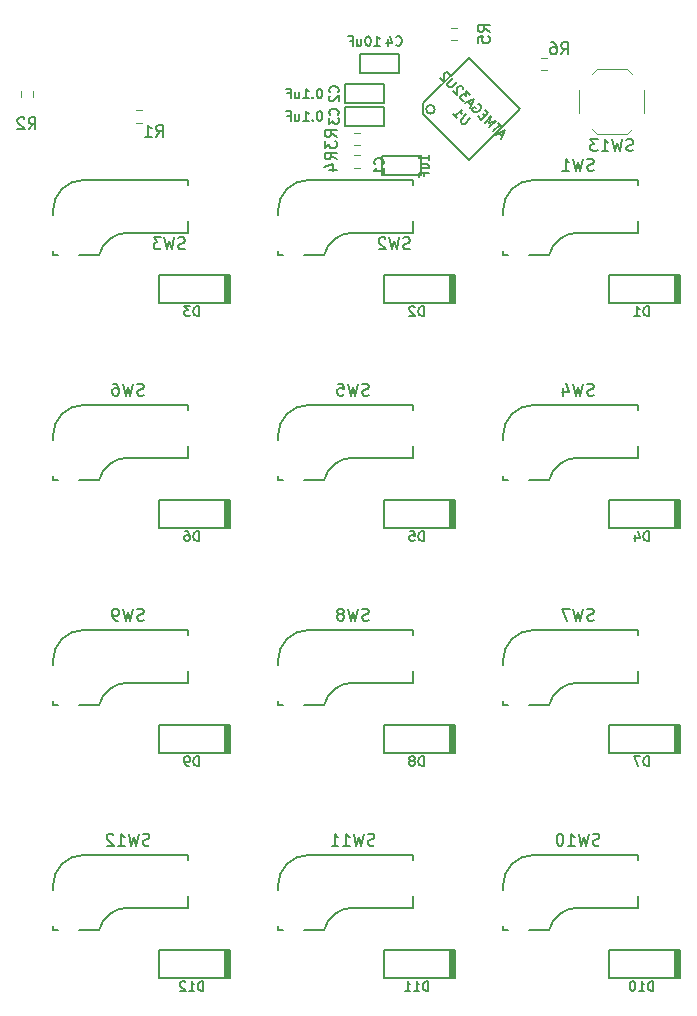
<source format=gbr>
%TF.GenerationSoftware,KiCad,Pcbnew,(5.1.10)-1*%
%TF.CreationDate,2021-10-04T19:32:16-04:00*%
%TF.ProjectId,macropad,6d616372-6f70-4616-942e-6b696361645f,rev?*%
%TF.SameCoordinates,Original*%
%TF.FileFunction,Legend,Bot*%
%TF.FilePolarity,Positive*%
%FSLAX46Y46*%
G04 Gerber Fmt 4.6, Leading zero omitted, Abs format (unit mm)*
G04 Created by KiCad (PCBNEW (5.1.10)-1) date 2021-10-04 19:32:16*
%MOMM*%
%LPD*%
G01*
G04 APERTURE LIST*
%ADD10C,0.120000*%
%ADD11C,0.200000*%
%ADD12C,0.150000*%
G04 APERTURE END LIST*
D10*
%TO.C,SW13*%
X180360000Y-66885000D02*
X182860000Y-66885000D01*
X178860000Y-65135000D02*
X178860000Y-63135000D01*
X180360000Y-61385000D02*
X182860000Y-61385000D01*
X184360000Y-65135000D02*
X184360000Y-63135000D01*
X179910000Y-66435000D02*
X180360000Y-66885000D01*
X183310000Y-66435000D02*
X182860000Y-66885000D01*
X183310000Y-61835000D02*
X182860000Y-61385000D01*
X179910000Y-61835000D02*
X180360000Y-61385000D01*
D11*
%TO.C,U1*%
X165655913Y-65229619D02*
X169527322Y-69101029D01*
X165655913Y-64310381D02*
X165655913Y-65229619D01*
X169509645Y-60456649D02*
X165655913Y-64310381D01*
X173840674Y-64787678D02*
X169509645Y-60456649D01*
X169545000Y-69083351D02*
X173840674Y-64787678D01*
X166628606Y-64805355D02*
G75*
G03*
X166628606Y-64805355I-371653J0D01*
G01*
D12*
%TO.C,SW12*%
X145732500Y-127952500D02*
X145732500Y-128333500D01*
X136842500Y-127952500D02*
X145732500Y-127952500D01*
X134302500Y-130492500D02*
X134302500Y-130873500D01*
X134683500Y-134302500D02*
X134302500Y-134302500D01*
X138188338Y-134302500D02*
X136461500Y-134302500D01*
X145732500Y-132397500D02*
X140652500Y-132397500D01*
X145732500Y-131381500D02*
X145732500Y-132397500D01*
X134302500Y-133921500D02*
X134302500Y-134302500D01*
X138188338Y-134321460D02*
G75*
G02*
X140652500Y-132397500I2464162J-616040D01*
G01*
X134302500Y-130492500D02*
G75*
G02*
X136842500Y-127952500I2540000J0D01*
G01*
%TO.C,SW11*%
X164782500Y-127952500D02*
X164782500Y-128333500D01*
X155892500Y-127952500D02*
X164782500Y-127952500D01*
X153352500Y-130492500D02*
X153352500Y-130873500D01*
X153733500Y-134302500D02*
X153352500Y-134302500D01*
X157238338Y-134302500D02*
X155511500Y-134302500D01*
X164782500Y-132397500D02*
X159702500Y-132397500D01*
X164782500Y-131381500D02*
X164782500Y-132397500D01*
X153352500Y-133921500D02*
X153352500Y-134302500D01*
X157238338Y-134321460D02*
G75*
G02*
X159702500Y-132397500I2464162J-616040D01*
G01*
X153352500Y-130492500D02*
G75*
G02*
X155892500Y-127952500I2540000J0D01*
G01*
%TO.C,SW10*%
X183832500Y-127952500D02*
X183832500Y-128333500D01*
X174942500Y-127952500D02*
X183832500Y-127952500D01*
X172402500Y-130492500D02*
X172402500Y-130873500D01*
X172783500Y-134302500D02*
X172402500Y-134302500D01*
X176288338Y-134302500D02*
X174561500Y-134302500D01*
X183832500Y-132397500D02*
X178752500Y-132397500D01*
X183832500Y-131381500D02*
X183832500Y-132397500D01*
X172402500Y-133921500D02*
X172402500Y-134302500D01*
X176288338Y-134321460D02*
G75*
G02*
X178752500Y-132397500I2464162J-616040D01*
G01*
X172402500Y-130492500D02*
G75*
G02*
X174942500Y-127952500I2540000J0D01*
G01*
%TO.C,SW9*%
X145732500Y-108902500D02*
X145732500Y-109283500D01*
X136842500Y-108902500D02*
X145732500Y-108902500D01*
X134302500Y-111442500D02*
X134302500Y-111823500D01*
X134683500Y-115252500D02*
X134302500Y-115252500D01*
X138188338Y-115252500D02*
X136461500Y-115252500D01*
X145732500Y-113347500D02*
X140652500Y-113347500D01*
X145732500Y-112331500D02*
X145732500Y-113347500D01*
X134302500Y-114871500D02*
X134302500Y-115252500D01*
X138188338Y-115271460D02*
G75*
G02*
X140652500Y-113347500I2464162J-616040D01*
G01*
X134302500Y-111442500D02*
G75*
G02*
X136842500Y-108902500I2540000J0D01*
G01*
%TO.C,SW8*%
X164782500Y-108902500D02*
X164782500Y-109283500D01*
X155892500Y-108902500D02*
X164782500Y-108902500D01*
X153352500Y-111442500D02*
X153352500Y-111823500D01*
X153733500Y-115252500D02*
X153352500Y-115252500D01*
X157238338Y-115252500D02*
X155511500Y-115252500D01*
X164782500Y-113347500D02*
X159702500Y-113347500D01*
X164782500Y-112331500D02*
X164782500Y-113347500D01*
X153352500Y-114871500D02*
X153352500Y-115252500D01*
X157238338Y-115271460D02*
G75*
G02*
X159702500Y-113347500I2464162J-616040D01*
G01*
X153352500Y-111442500D02*
G75*
G02*
X155892500Y-108902500I2540000J0D01*
G01*
%TO.C,SW7*%
X183832500Y-108902500D02*
X183832500Y-109283500D01*
X174942500Y-108902500D02*
X183832500Y-108902500D01*
X172402500Y-111442500D02*
X172402500Y-111823500D01*
X172783500Y-115252500D02*
X172402500Y-115252500D01*
X176288338Y-115252500D02*
X174561500Y-115252500D01*
X183832500Y-113347500D02*
X178752500Y-113347500D01*
X183832500Y-112331500D02*
X183832500Y-113347500D01*
X172402500Y-114871500D02*
X172402500Y-115252500D01*
X176288338Y-115271460D02*
G75*
G02*
X178752500Y-113347500I2464162J-616040D01*
G01*
X172402500Y-111442500D02*
G75*
G02*
X174942500Y-108902500I2540000J0D01*
G01*
%TO.C,SW6*%
X145732500Y-89852500D02*
X145732500Y-90233500D01*
X136842500Y-89852500D02*
X145732500Y-89852500D01*
X134302500Y-92392500D02*
X134302500Y-92773500D01*
X134683500Y-96202500D02*
X134302500Y-96202500D01*
X138188338Y-96202500D02*
X136461500Y-96202500D01*
X145732500Y-94297500D02*
X140652500Y-94297500D01*
X145732500Y-93281500D02*
X145732500Y-94297500D01*
X134302500Y-95821500D02*
X134302500Y-96202500D01*
X138188338Y-96221460D02*
G75*
G02*
X140652500Y-94297500I2464162J-616040D01*
G01*
X134302500Y-92392500D02*
G75*
G02*
X136842500Y-89852500I2540000J0D01*
G01*
%TO.C,SW5*%
X164782500Y-89852500D02*
X164782500Y-90233500D01*
X155892500Y-89852500D02*
X164782500Y-89852500D01*
X153352500Y-92392500D02*
X153352500Y-92773500D01*
X153733500Y-96202500D02*
X153352500Y-96202500D01*
X157238338Y-96202500D02*
X155511500Y-96202500D01*
X164782500Y-94297500D02*
X159702500Y-94297500D01*
X164782500Y-93281500D02*
X164782500Y-94297500D01*
X153352500Y-95821500D02*
X153352500Y-96202500D01*
X157238338Y-96221460D02*
G75*
G02*
X159702500Y-94297500I2464162J-616040D01*
G01*
X153352500Y-92392500D02*
G75*
G02*
X155892500Y-89852500I2540000J0D01*
G01*
%TO.C,SW4*%
X183832500Y-89852500D02*
X183832500Y-90233500D01*
X174942500Y-89852500D02*
X183832500Y-89852500D01*
X172402500Y-92392500D02*
X172402500Y-92773500D01*
X172783500Y-96202500D02*
X172402500Y-96202500D01*
X176288338Y-96202500D02*
X174561500Y-96202500D01*
X183832500Y-94297500D02*
X178752500Y-94297500D01*
X183832500Y-93281500D02*
X183832500Y-94297500D01*
X172402500Y-95821500D02*
X172402500Y-96202500D01*
X176288338Y-96221460D02*
G75*
G02*
X178752500Y-94297500I2464162J-616040D01*
G01*
X172402500Y-92392500D02*
G75*
G02*
X174942500Y-89852500I2540000J0D01*
G01*
%TO.C,SW3*%
X145732500Y-70802500D02*
X145732500Y-71183500D01*
X136842500Y-70802500D02*
X145732500Y-70802500D01*
X134302500Y-73342500D02*
X134302500Y-73723500D01*
X134683500Y-77152500D02*
X134302500Y-77152500D01*
X138188338Y-77152500D02*
X136461500Y-77152500D01*
X145732500Y-75247500D02*
X140652500Y-75247500D01*
X145732500Y-74231500D02*
X145732500Y-75247500D01*
X134302500Y-76771500D02*
X134302500Y-77152500D01*
X138188338Y-77171460D02*
G75*
G02*
X140652500Y-75247500I2464162J-616040D01*
G01*
X134302500Y-73342500D02*
G75*
G02*
X136842500Y-70802500I2540000J0D01*
G01*
%TO.C,SW2*%
X164782500Y-70802500D02*
X164782500Y-71183500D01*
X155892500Y-70802500D02*
X164782500Y-70802500D01*
X153352500Y-73342500D02*
X153352500Y-73723500D01*
X153733500Y-77152500D02*
X153352500Y-77152500D01*
X157238338Y-77152500D02*
X155511500Y-77152500D01*
X164782500Y-75247500D02*
X159702500Y-75247500D01*
X164782500Y-74231500D02*
X164782500Y-75247500D01*
X153352500Y-76771500D02*
X153352500Y-77152500D01*
X157238338Y-77171460D02*
G75*
G02*
X159702500Y-75247500I2464162J-616040D01*
G01*
X153352500Y-73342500D02*
G75*
G02*
X155892500Y-70802500I2540000J0D01*
G01*
%TO.C,SW1*%
X183832500Y-70802500D02*
X183832500Y-71183500D01*
X174942500Y-70802500D02*
X183832500Y-70802500D01*
X172402500Y-73342500D02*
X172402500Y-73723500D01*
X172783500Y-77152500D02*
X172402500Y-77152500D01*
X176288338Y-77152500D02*
X174561500Y-77152500D01*
X183832500Y-75247500D02*
X178752500Y-75247500D01*
X183832500Y-74231500D02*
X183832500Y-75247500D01*
X172402500Y-76771500D02*
X172402500Y-77152500D01*
X176288338Y-77171460D02*
G75*
G02*
X178752500Y-75247500I2464162J-616040D01*
G01*
X172402500Y-73342500D02*
G75*
G02*
X174942500Y-70802500I2540000J0D01*
G01*
D10*
%TO.C,R6*%
X175640276Y-60437500D02*
X176149724Y-60437500D01*
X175640276Y-61482500D02*
X176149724Y-61482500D01*
%TO.C,R5*%
X168529724Y-58942500D02*
X168020276Y-58942500D01*
X168529724Y-57897500D02*
X168020276Y-57897500D01*
%TO.C,R4*%
X159765276Y-68692500D02*
X160274724Y-68692500D01*
X159765276Y-69737500D02*
X160274724Y-69737500D01*
%TO.C,R3*%
X159765276Y-66787500D02*
X160274724Y-66787500D01*
X159765276Y-67832500D02*
X160274724Y-67832500D01*
%TO.C,R2*%
X132602500Y-63245276D02*
X132602500Y-63754724D01*
X131557500Y-63245276D02*
X131557500Y-63754724D01*
%TO.C,R1*%
X141350276Y-64882500D02*
X141859724Y-64882500D01*
X141350276Y-65927500D02*
X141859724Y-65927500D01*
D11*
%TO.C,D12*%
X149250000Y-138360000D02*
X149250000Y-135960000D01*
X143250000Y-138360000D02*
X149250000Y-138360000D01*
X143250000Y-135960000D02*
X143250000Y-138360000D01*
X149250000Y-135960000D02*
X143250000Y-135960000D01*
X148975000Y-135960000D02*
X148975000Y-138360000D01*
X148850000Y-135960000D02*
X148850000Y-138360000D01*
X149125000Y-138360000D02*
X149125000Y-135960000D01*
%TO.C,D11*%
X168300000Y-138360000D02*
X168300000Y-135960000D01*
X162300000Y-138360000D02*
X168300000Y-138360000D01*
X162300000Y-135960000D02*
X162300000Y-138360000D01*
X168300000Y-135960000D02*
X162300000Y-135960000D01*
X168025000Y-135960000D02*
X168025000Y-138360000D01*
X167900000Y-135960000D02*
X167900000Y-138360000D01*
X168175000Y-138360000D02*
X168175000Y-135960000D01*
%TO.C,D10*%
X187350000Y-138360000D02*
X187350000Y-135960000D01*
X181350000Y-138360000D02*
X187350000Y-138360000D01*
X181350000Y-135960000D02*
X181350000Y-138360000D01*
X187350000Y-135960000D02*
X181350000Y-135960000D01*
X187075000Y-135960000D02*
X187075000Y-138360000D01*
X186950000Y-135960000D02*
X186950000Y-138360000D01*
X187225000Y-138360000D02*
X187225000Y-135960000D01*
%TO.C,D9*%
X149250000Y-119310000D02*
X149250000Y-116910000D01*
X143250000Y-119310000D02*
X149250000Y-119310000D01*
X143250000Y-116910000D02*
X143250000Y-119310000D01*
X149250000Y-116910000D02*
X143250000Y-116910000D01*
X148975000Y-116910000D02*
X148975000Y-119310000D01*
X148850000Y-116910000D02*
X148850000Y-119310000D01*
X149125000Y-119310000D02*
X149125000Y-116910000D01*
%TO.C,D8*%
X168300000Y-119310000D02*
X168300000Y-116910000D01*
X162300000Y-119310000D02*
X168300000Y-119310000D01*
X162300000Y-116910000D02*
X162300000Y-119310000D01*
X168300000Y-116910000D02*
X162300000Y-116910000D01*
X168025000Y-116910000D02*
X168025000Y-119310000D01*
X167900000Y-116910000D02*
X167900000Y-119310000D01*
X168175000Y-119310000D02*
X168175000Y-116910000D01*
%TO.C,D7*%
X187350000Y-119310000D02*
X187350000Y-116910000D01*
X181350000Y-119310000D02*
X187350000Y-119310000D01*
X181350000Y-116910000D02*
X181350000Y-119310000D01*
X187350000Y-116910000D02*
X181350000Y-116910000D01*
X187075000Y-116910000D02*
X187075000Y-119310000D01*
X186950000Y-116910000D02*
X186950000Y-119310000D01*
X187225000Y-119310000D02*
X187225000Y-116910000D01*
%TO.C,D6*%
X149250000Y-100260000D02*
X149250000Y-97860000D01*
X143250000Y-100260000D02*
X149250000Y-100260000D01*
X143250000Y-97860000D02*
X143250000Y-100260000D01*
X149250000Y-97860000D02*
X143250000Y-97860000D01*
X148975000Y-97860000D02*
X148975000Y-100260000D01*
X148850000Y-97860000D02*
X148850000Y-100260000D01*
X149125000Y-100260000D02*
X149125000Y-97860000D01*
%TO.C,D5*%
X168300000Y-100260000D02*
X168300000Y-97860000D01*
X162300000Y-100260000D02*
X168300000Y-100260000D01*
X162300000Y-97860000D02*
X162300000Y-100260000D01*
X168300000Y-97860000D02*
X162300000Y-97860000D01*
X168025000Y-97860000D02*
X168025000Y-100260000D01*
X167900000Y-97860000D02*
X167900000Y-100260000D01*
X168175000Y-100260000D02*
X168175000Y-97860000D01*
%TO.C,D4*%
X187350000Y-100260000D02*
X187350000Y-97860000D01*
X181350000Y-100260000D02*
X187350000Y-100260000D01*
X181350000Y-97860000D02*
X181350000Y-100260000D01*
X187350000Y-97860000D02*
X181350000Y-97860000D01*
X187075000Y-97860000D02*
X187075000Y-100260000D01*
X186950000Y-97860000D02*
X186950000Y-100260000D01*
X187225000Y-100260000D02*
X187225000Y-97860000D01*
%TO.C,D3*%
X149250000Y-81210000D02*
X149250000Y-78810000D01*
X143250000Y-81210000D02*
X149250000Y-81210000D01*
X143250000Y-78810000D02*
X143250000Y-81210000D01*
X149250000Y-78810000D02*
X143250000Y-78810000D01*
X148975000Y-78810000D02*
X148975000Y-81210000D01*
X148850000Y-78810000D02*
X148850000Y-81210000D01*
X149125000Y-81210000D02*
X149125000Y-78810000D01*
%TO.C,D2*%
X168300000Y-81210000D02*
X168300000Y-78810000D01*
X162300000Y-81210000D02*
X168300000Y-81210000D01*
X162300000Y-78810000D02*
X162300000Y-81210000D01*
X168300000Y-78810000D02*
X162300000Y-78810000D01*
X168025000Y-78810000D02*
X168025000Y-81210000D01*
X167900000Y-78810000D02*
X167900000Y-81210000D01*
X168175000Y-81210000D02*
X168175000Y-78810000D01*
%TO.C,D1*%
X187350000Y-81210000D02*
X187350000Y-78810000D01*
X181350000Y-81210000D02*
X187350000Y-81210000D01*
X181350000Y-78810000D02*
X181350000Y-81210000D01*
X187350000Y-78810000D02*
X181350000Y-78810000D01*
X187075000Y-78810000D02*
X187075000Y-81210000D01*
X186950000Y-78810000D02*
X186950000Y-81210000D01*
X187225000Y-81210000D02*
X187225000Y-78810000D01*
%TO.C,C4*%
X160275000Y-60160000D02*
X160275000Y-61760000D01*
X163575000Y-60160000D02*
X160275000Y-60160000D01*
X163575000Y-61760000D02*
X163575000Y-60160000D01*
X160275000Y-61760000D02*
X163575000Y-61760000D01*
%TO.C,C3*%
X159005000Y-64605000D02*
X159005000Y-66205000D01*
X162305000Y-64605000D02*
X159005000Y-64605000D01*
X162305000Y-66205000D02*
X162305000Y-64605000D01*
X159005000Y-66205000D02*
X162305000Y-66205000D01*
%TO.C,C2*%
X159005000Y-62700000D02*
X159005000Y-64300000D01*
X162305000Y-62700000D02*
X159005000Y-62700000D01*
X162305000Y-64300000D02*
X162305000Y-62700000D01*
X159005000Y-64300000D02*
X162305000Y-64300000D01*
%TO.C,C1*%
X162180000Y-68796000D02*
X162180000Y-70396000D01*
X165480000Y-68796000D02*
X162180000Y-68796000D01*
X165480000Y-70396000D02*
X165480000Y-68796000D01*
X162180000Y-70396000D02*
X165480000Y-70396000D01*
%TO.C,SW13*%
D12*
X183419523Y-68289761D02*
X183276666Y-68337380D01*
X183038571Y-68337380D01*
X182943333Y-68289761D01*
X182895714Y-68242142D01*
X182848095Y-68146904D01*
X182848095Y-68051666D01*
X182895714Y-67956428D01*
X182943333Y-67908809D01*
X183038571Y-67861190D01*
X183229047Y-67813571D01*
X183324285Y-67765952D01*
X183371904Y-67718333D01*
X183419523Y-67623095D01*
X183419523Y-67527857D01*
X183371904Y-67432619D01*
X183324285Y-67385000D01*
X183229047Y-67337380D01*
X182990952Y-67337380D01*
X182848095Y-67385000D01*
X182514761Y-67337380D02*
X182276666Y-68337380D01*
X182086190Y-67623095D01*
X181895714Y-68337380D01*
X181657619Y-67337380D01*
X180752857Y-68337380D02*
X181324285Y-68337380D01*
X181038571Y-68337380D02*
X181038571Y-67337380D01*
X181133809Y-67480238D01*
X181229047Y-67575476D01*
X181324285Y-67623095D01*
X180419523Y-67337380D02*
X179800476Y-67337380D01*
X180133809Y-67718333D01*
X179990952Y-67718333D01*
X179895714Y-67765952D01*
X179848095Y-67813571D01*
X179800476Y-67908809D01*
X179800476Y-68146904D01*
X179848095Y-68242142D01*
X179895714Y-68289761D01*
X179990952Y-68337380D01*
X180276666Y-68337380D01*
X180371904Y-68289761D01*
X180419523Y-68242142D01*
%TO.C,U1*%
X169614027Y-65562969D02*
X169156091Y-66020905D01*
X169075279Y-66047842D01*
X169021404Y-66047842D01*
X168940592Y-66020905D01*
X168832842Y-65913155D01*
X168805905Y-65832343D01*
X168805905Y-65778468D01*
X168832842Y-65697656D01*
X169290778Y-65239720D01*
X168159407Y-65239720D02*
X168482656Y-65562969D01*
X168321032Y-65401344D02*
X168886717Y-64835659D01*
X168859780Y-64970346D01*
X168859780Y-65078096D01*
X168886717Y-65158908D01*
X172327970Y-67105136D02*
X172058596Y-66835762D01*
X172220220Y-67320635D02*
X172597344Y-66566387D01*
X171843096Y-66943511D01*
X172301032Y-66270076D02*
X171977783Y-65946827D01*
X171573722Y-66674137D02*
X172139408Y-66108452D01*
X171223536Y-66323951D02*
X171789222Y-65758265D01*
X171196599Y-65973765D01*
X171412098Y-65381142D01*
X170846413Y-65946827D01*
X170873350Y-65381142D02*
X170684788Y-65192580D01*
X170307665Y-65408079D02*
X170577039Y-65677453D01*
X171142724Y-65111768D01*
X170873350Y-64842394D01*
X170307665Y-64330583D02*
X170388477Y-64357521D01*
X170469289Y-64438333D01*
X170523164Y-64546082D01*
X170523164Y-64653832D01*
X170496226Y-64734644D01*
X170415414Y-64869331D01*
X170334602Y-64950143D01*
X170199915Y-65030956D01*
X170119103Y-65057893D01*
X170011353Y-65057893D01*
X169903604Y-65004018D01*
X169849729Y-64950143D01*
X169795854Y-64842394D01*
X169795854Y-64788519D01*
X169984416Y-64599957D01*
X170092165Y-64707707D01*
X169688104Y-64465270D02*
X169418730Y-64195896D01*
X169580355Y-64680769D02*
X169957478Y-63926522D01*
X169203231Y-64303646D01*
X169634230Y-63603273D02*
X169284043Y-63253087D01*
X169257106Y-63657148D01*
X169176294Y-63576336D01*
X169095482Y-63549399D01*
X169041607Y-63549399D01*
X168960795Y-63576336D01*
X168826108Y-63711023D01*
X168799170Y-63791835D01*
X168799170Y-63845710D01*
X168826108Y-63926522D01*
X168987732Y-64088147D01*
X169068544Y-64115084D01*
X169122419Y-64115084D01*
X169014669Y-63091463D02*
X169014669Y-63037588D01*
X168987732Y-62956776D01*
X168853045Y-62822089D01*
X168772233Y-62795151D01*
X168718358Y-62795151D01*
X168637546Y-62822089D01*
X168583671Y-62875964D01*
X168529796Y-62983713D01*
X168529796Y-63630211D01*
X168179610Y-63280025D01*
X168502859Y-62471903D02*
X168044923Y-62929838D01*
X167964111Y-62956776D01*
X167910236Y-62956776D01*
X167829424Y-62929838D01*
X167721674Y-62822089D01*
X167694737Y-62741277D01*
X167694737Y-62687402D01*
X167721674Y-62606590D01*
X168179610Y-62148654D01*
X167883299Y-61960092D02*
X167883299Y-61906217D01*
X167856361Y-61825405D01*
X167721674Y-61690718D01*
X167640862Y-61663780D01*
X167586987Y-61663780D01*
X167506175Y-61690718D01*
X167452300Y-61744593D01*
X167398425Y-61852342D01*
X167398425Y-62498840D01*
X167048239Y-62148654D01*
%TO.C,SW12*%
X142462023Y-127087261D02*
X142319166Y-127134880D01*
X142081071Y-127134880D01*
X141985833Y-127087261D01*
X141938214Y-127039642D01*
X141890595Y-126944404D01*
X141890595Y-126849166D01*
X141938214Y-126753928D01*
X141985833Y-126706309D01*
X142081071Y-126658690D01*
X142271547Y-126611071D01*
X142366785Y-126563452D01*
X142414404Y-126515833D01*
X142462023Y-126420595D01*
X142462023Y-126325357D01*
X142414404Y-126230119D01*
X142366785Y-126182500D01*
X142271547Y-126134880D01*
X142033452Y-126134880D01*
X141890595Y-126182500D01*
X141557261Y-126134880D02*
X141319166Y-127134880D01*
X141128690Y-126420595D01*
X140938214Y-127134880D01*
X140700119Y-126134880D01*
X139795357Y-127134880D02*
X140366785Y-127134880D01*
X140081071Y-127134880D02*
X140081071Y-126134880D01*
X140176309Y-126277738D01*
X140271547Y-126372976D01*
X140366785Y-126420595D01*
X139414404Y-126230119D02*
X139366785Y-126182500D01*
X139271547Y-126134880D01*
X139033452Y-126134880D01*
X138938214Y-126182500D01*
X138890595Y-126230119D01*
X138842976Y-126325357D01*
X138842976Y-126420595D01*
X138890595Y-126563452D01*
X139462023Y-127134880D01*
X138842976Y-127134880D01*
%TO.C,SW11*%
X161512023Y-127087261D02*
X161369166Y-127134880D01*
X161131071Y-127134880D01*
X161035833Y-127087261D01*
X160988214Y-127039642D01*
X160940595Y-126944404D01*
X160940595Y-126849166D01*
X160988214Y-126753928D01*
X161035833Y-126706309D01*
X161131071Y-126658690D01*
X161321547Y-126611071D01*
X161416785Y-126563452D01*
X161464404Y-126515833D01*
X161512023Y-126420595D01*
X161512023Y-126325357D01*
X161464404Y-126230119D01*
X161416785Y-126182500D01*
X161321547Y-126134880D01*
X161083452Y-126134880D01*
X160940595Y-126182500D01*
X160607261Y-126134880D02*
X160369166Y-127134880D01*
X160178690Y-126420595D01*
X159988214Y-127134880D01*
X159750119Y-126134880D01*
X158845357Y-127134880D02*
X159416785Y-127134880D01*
X159131071Y-127134880D02*
X159131071Y-126134880D01*
X159226309Y-126277738D01*
X159321547Y-126372976D01*
X159416785Y-126420595D01*
X157892976Y-127134880D02*
X158464404Y-127134880D01*
X158178690Y-127134880D02*
X158178690Y-126134880D01*
X158273928Y-126277738D01*
X158369166Y-126372976D01*
X158464404Y-126420595D01*
%TO.C,SW10*%
X180562023Y-127087261D02*
X180419166Y-127134880D01*
X180181071Y-127134880D01*
X180085833Y-127087261D01*
X180038214Y-127039642D01*
X179990595Y-126944404D01*
X179990595Y-126849166D01*
X180038214Y-126753928D01*
X180085833Y-126706309D01*
X180181071Y-126658690D01*
X180371547Y-126611071D01*
X180466785Y-126563452D01*
X180514404Y-126515833D01*
X180562023Y-126420595D01*
X180562023Y-126325357D01*
X180514404Y-126230119D01*
X180466785Y-126182500D01*
X180371547Y-126134880D01*
X180133452Y-126134880D01*
X179990595Y-126182500D01*
X179657261Y-126134880D02*
X179419166Y-127134880D01*
X179228690Y-126420595D01*
X179038214Y-127134880D01*
X178800119Y-126134880D01*
X177895357Y-127134880D02*
X178466785Y-127134880D01*
X178181071Y-127134880D02*
X178181071Y-126134880D01*
X178276309Y-126277738D01*
X178371547Y-126372976D01*
X178466785Y-126420595D01*
X177276309Y-126134880D02*
X177181071Y-126134880D01*
X177085833Y-126182500D01*
X177038214Y-126230119D01*
X176990595Y-126325357D01*
X176942976Y-126515833D01*
X176942976Y-126753928D01*
X176990595Y-126944404D01*
X177038214Y-127039642D01*
X177085833Y-127087261D01*
X177181071Y-127134880D01*
X177276309Y-127134880D01*
X177371547Y-127087261D01*
X177419166Y-127039642D01*
X177466785Y-126944404D01*
X177514404Y-126753928D01*
X177514404Y-126515833D01*
X177466785Y-126325357D01*
X177419166Y-126230119D01*
X177371547Y-126182500D01*
X177276309Y-126134880D01*
%TO.C,SW9*%
X141985833Y-108037261D02*
X141842976Y-108084880D01*
X141604880Y-108084880D01*
X141509642Y-108037261D01*
X141462023Y-107989642D01*
X141414404Y-107894404D01*
X141414404Y-107799166D01*
X141462023Y-107703928D01*
X141509642Y-107656309D01*
X141604880Y-107608690D01*
X141795357Y-107561071D01*
X141890595Y-107513452D01*
X141938214Y-107465833D01*
X141985833Y-107370595D01*
X141985833Y-107275357D01*
X141938214Y-107180119D01*
X141890595Y-107132500D01*
X141795357Y-107084880D01*
X141557261Y-107084880D01*
X141414404Y-107132500D01*
X141081071Y-107084880D02*
X140842976Y-108084880D01*
X140652500Y-107370595D01*
X140462023Y-108084880D01*
X140223928Y-107084880D01*
X139795357Y-108084880D02*
X139604880Y-108084880D01*
X139509642Y-108037261D01*
X139462023Y-107989642D01*
X139366785Y-107846785D01*
X139319166Y-107656309D01*
X139319166Y-107275357D01*
X139366785Y-107180119D01*
X139414404Y-107132500D01*
X139509642Y-107084880D01*
X139700119Y-107084880D01*
X139795357Y-107132500D01*
X139842976Y-107180119D01*
X139890595Y-107275357D01*
X139890595Y-107513452D01*
X139842976Y-107608690D01*
X139795357Y-107656309D01*
X139700119Y-107703928D01*
X139509642Y-107703928D01*
X139414404Y-107656309D01*
X139366785Y-107608690D01*
X139319166Y-107513452D01*
%TO.C,SW8*%
X161035833Y-108037261D02*
X160892976Y-108084880D01*
X160654880Y-108084880D01*
X160559642Y-108037261D01*
X160512023Y-107989642D01*
X160464404Y-107894404D01*
X160464404Y-107799166D01*
X160512023Y-107703928D01*
X160559642Y-107656309D01*
X160654880Y-107608690D01*
X160845357Y-107561071D01*
X160940595Y-107513452D01*
X160988214Y-107465833D01*
X161035833Y-107370595D01*
X161035833Y-107275357D01*
X160988214Y-107180119D01*
X160940595Y-107132500D01*
X160845357Y-107084880D01*
X160607261Y-107084880D01*
X160464404Y-107132500D01*
X160131071Y-107084880D02*
X159892976Y-108084880D01*
X159702500Y-107370595D01*
X159512023Y-108084880D01*
X159273928Y-107084880D01*
X158750119Y-107513452D02*
X158845357Y-107465833D01*
X158892976Y-107418214D01*
X158940595Y-107322976D01*
X158940595Y-107275357D01*
X158892976Y-107180119D01*
X158845357Y-107132500D01*
X158750119Y-107084880D01*
X158559642Y-107084880D01*
X158464404Y-107132500D01*
X158416785Y-107180119D01*
X158369166Y-107275357D01*
X158369166Y-107322976D01*
X158416785Y-107418214D01*
X158464404Y-107465833D01*
X158559642Y-107513452D01*
X158750119Y-107513452D01*
X158845357Y-107561071D01*
X158892976Y-107608690D01*
X158940595Y-107703928D01*
X158940595Y-107894404D01*
X158892976Y-107989642D01*
X158845357Y-108037261D01*
X158750119Y-108084880D01*
X158559642Y-108084880D01*
X158464404Y-108037261D01*
X158416785Y-107989642D01*
X158369166Y-107894404D01*
X158369166Y-107703928D01*
X158416785Y-107608690D01*
X158464404Y-107561071D01*
X158559642Y-107513452D01*
%TO.C,SW7*%
X180085833Y-108037261D02*
X179942976Y-108084880D01*
X179704880Y-108084880D01*
X179609642Y-108037261D01*
X179562023Y-107989642D01*
X179514404Y-107894404D01*
X179514404Y-107799166D01*
X179562023Y-107703928D01*
X179609642Y-107656309D01*
X179704880Y-107608690D01*
X179895357Y-107561071D01*
X179990595Y-107513452D01*
X180038214Y-107465833D01*
X180085833Y-107370595D01*
X180085833Y-107275357D01*
X180038214Y-107180119D01*
X179990595Y-107132500D01*
X179895357Y-107084880D01*
X179657261Y-107084880D01*
X179514404Y-107132500D01*
X179181071Y-107084880D02*
X178942976Y-108084880D01*
X178752500Y-107370595D01*
X178562023Y-108084880D01*
X178323928Y-107084880D01*
X178038214Y-107084880D02*
X177371547Y-107084880D01*
X177800119Y-108084880D01*
%TO.C,SW6*%
X141985833Y-88987261D02*
X141842976Y-89034880D01*
X141604880Y-89034880D01*
X141509642Y-88987261D01*
X141462023Y-88939642D01*
X141414404Y-88844404D01*
X141414404Y-88749166D01*
X141462023Y-88653928D01*
X141509642Y-88606309D01*
X141604880Y-88558690D01*
X141795357Y-88511071D01*
X141890595Y-88463452D01*
X141938214Y-88415833D01*
X141985833Y-88320595D01*
X141985833Y-88225357D01*
X141938214Y-88130119D01*
X141890595Y-88082500D01*
X141795357Y-88034880D01*
X141557261Y-88034880D01*
X141414404Y-88082500D01*
X141081071Y-88034880D02*
X140842976Y-89034880D01*
X140652500Y-88320595D01*
X140462023Y-89034880D01*
X140223928Y-88034880D01*
X139414404Y-88034880D02*
X139604880Y-88034880D01*
X139700119Y-88082500D01*
X139747738Y-88130119D01*
X139842976Y-88272976D01*
X139890595Y-88463452D01*
X139890595Y-88844404D01*
X139842976Y-88939642D01*
X139795357Y-88987261D01*
X139700119Y-89034880D01*
X139509642Y-89034880D01*
X139414404Y-88987261D01*
X139366785Y-88939642D01*
X139319166Y-88844404D01*
X139319166Y-88606309D01*
X139366785Y-88511071D01*
X139414404Y-88463452D01*
X139509642Y-88415833D01*
X139700119Y-88415833D01*
X139795357Y-88463452D01*
X139842976Y-88511071D01*
X139890595Y-88606309D01*
%TO.C,SW5*%
X161035833Y-88987261D02*
X160892976Y-89034880D01*
X160654880Y-89034880D01*
X160559642Y-88987261D01*
X160512023Y-88939642D01*
X160464404Y-88844404D01*
X160464404Y-88749166D01*
X160512023Y-88653928D01*
X160559642Y-88606309D01*
X160654880Y-88558690D01*
X160845357Y-88511071D01*
X160940595Y-88463452D01*
X160988214Y-88415833D01*
X161035833Y-88320595D01*
X161035833Y-88225357D01*
X160988214Y-88130119D01*
X160940595Y-88082500D01*
X160845357Y-88034880D01*
X160607261Y-88034880D01*
X160464404Y-88082500D01*
X160131071Y-88034880D02*
X159892976Y-89034880D01*
X159702500Y-88320595D01*
X159512023Y-89034880D01*
X159273928Y-88034880D01*
X158416785Y-88034880D02*
X158892976Y-88034880D01*
X158940595Y-88511071D01*
X158892976Y-88463452D01*
X158797738Y-88415833D01*
X158559642Y-88415833D01*
X158464404Y-88463452D01*
X158416785Y-88511071D01*
X158369166Y-88606309D01*
X158369166Y-88844404D01*
X158416785Y-88939642D01*
X158464404Y-88987261D01*
X158559642Y-89034880D01*
X158797738Y-89034880D01*
X158892976Y-88987261D01*
X158940595Y-88939642D01*
%TO.C,SW4*%
X180085833Y-88987261D02*
X179942976Y-89034880D01*
X179704880Y-89034880D01*
X179609642Y-88987261D01*
X179562023Y-88939642D01*
X179514404Y-88844404D01*
X179514404Y-88749166D01*
X179562023Y-88653928D01*
X179609642Y-88606309D01*
X179704880Y-88558690D01*
X179895357Y-88511071D01*
X179990595Y-88463452D01*
X180038214Y-88415833D01*
X180085833Y-88320595D01*
X180085833Y-88225357D01*
X180038214Y-88130119D01*
X179990595Y-88082500D01*
X179895357Y-88034880D01*
X179657261Y-88034880D01*
X179514404Y-88082500D01*
X179181071Y-88034880D02*
X178942976Y-89034880D01*
X178752500Y-88320595D01*
X178562023Y-89034880D01*
X178323928Y-88034880D01*
X177514404Y-88368214D02*
X177514404Y-89034880D01*
X177752500Y-87987261D02*
X177990595Y-88701547D01*
X177371547Y-88701547D01*
%TO.C,SW3*%
X145478333Y-76604761D02*
X145335476Y-76652380D01*
X145097380Y-76652380D01*
X145002142Y-76604761D01*
X144954523Y-76557142D01*
X144906904Y-76461904D01*
X144906904Y-76366666D01*
X144954523Y-76271428D01*
X145002142Y-76223809D01*
X145097380Y-76176190D01*
X145287857Y-76128571D01*
X145383095Y-76080952D01*
X145430714Y-76033333D01*
X145478333Y-75938095D01*
X145478333Y-75842857D01*
X145430714Y-75747619D01*
X145383095Y-75700000D01*
X145287857Y-75652380D01*
X145049761Y-75652380D01*
X144906904Y-75700000D01*
X144573571Y-75652380D02*
X144335476Y-76652380D01*
X144145000Y-75938095D01*
X143954523Y-76652380D01*
X143716428Y-75652380D01*
X143430714Y-75652380D02*
X142811666Y-75652380D01*
X143145000Y-76033333D01*
X143002142Y-76033333D01*
X142906904Y-76080952D01*
X142859285Y-76128571D01*
X142811666Y-76223809D01*
X142811666Y-76461904D01*
X142859285Y-76557142D01*
X142906904Y-76604761D01*
X143002142Y-76652380D01*
X143287857Y-76652380D01*
X143383095Y-76604761D01*
X143430714Y-76557142D01*
%TO.C,SW2*%
X164528333Y-76604761D02*
X164385476Y-76652380D01*
X164147380Y-76652380D01*
X164052142Y-76604761D01*
X164004523Y-76557142D01*
X163956904Y-76461904D01*
X163956904Y-76366666D01*
X164004523Y-76271428D01*
X164052142Y-76223809D01*
X164147380Y-76176190D01*
X164337857Y-76128571D01*
X164433095Y-76080952D01*
X164480714Y-76033333D01*
X164528333Y-75938095D01*
X164528333Y-75842857D01*
X164480714Y-75747619D01*
X164433095Y-75700000D01*
X164337857Y-75652380D01*
X164099761Y-75652380D01*
X163956904Y-75700000D01*
X163623571Y-75652380D02*
X163385476Y-76652380D01*
X163195000Y-75938095D01*
X163004523Y-76652380D01*
X162766428Y-75652380D01*
X162433095Y-75747619D02*
X162385476Y-75700000D01*
X162290238Y-75652380D01*
X162052142Y-75652380D01*
X161956904Y-75700000D01*
X161909285Y-75747619D01*
X161861666Y-75842857D01*
X161861666Y-75938095D01*
X161909285Y-76080952D01*
X162480714Y-76652380D01*
X161861666Y-76652380D01*
%TO.C,SW1*%
X180085833Y-69937261D02*
X179942976Y-69984880D01*
X179704880Y-69984880D01*
X179609642Y-69937261D01*
X179562023Y-69889642D01*
X179514404Y-69794404D01*
X179514404Y-69699166D01*
X179562023Y-69603928D01*
X179609642Y-69556309D01*
X179704880Y-69508690D01*
X179895357Y-69461071D01*
X179990595Y-69413452D01*
X180038214Y-69365833D01*
X180085833Y-69270595D01*
X180085833Y-69175357D01*
X180038214Y-69080119D01*
X179990595Y-69032500D01*
X179895357Y-68984880D01*
X179657261Y-68984880D01*
X179514404Y-69032500D01*
X179181071Y-68984880D02*
X178942976Y-69984880D01*
X178752500Y-69270595D01*
X178562023Y-69984880D01*
X178323928Y-68984880D01*
X177419166Y-69984880D02*
X177990595Y-69984880D01*
X177704880Y-69984880D02*
X177704880Y-68984880D01*
X177800119Y-69127738D01*
X177895357Y-69222976D01*
X177990595Y-69270595D01*
%TO.C,R6*%
X177331666Y-60142380D02*
X177665000Y-59666190D01*
X177903095Y-60142380D02*
X177903095Y-59142380D01*
X177522142Y-59142380D01*
X177426904Y-59190000D01*
X177379285Y-59237619D01*
X177331666Y-59332857D01*
X177331666Y-59475714D01*
X177379285Y-59570952D01*
X177426904Y-59618571D01*
X177522142Y-59666190D01*
X177903095Y-59666190D01*
X176474523Y-59142380D02*
X176665000Y-59142380D01*
X176760238Y-59190000D01*
X176807857Y-59237619D01*
X176903095Y-59380476D01*
X176950714Y-59570952D01*
X176950714Y-59951904D01*
X176903095Y-60047142D01*
X176855476Y-60094761D01*
X176760238Y-60142380D01*
X176569761Y-60142380D01*
X176474523Y-60094761D01*
X176426904Y-60047142D01*
X176379285Y-59951904D01*
X176379285Y-59713809D01*
X176426904Y-59618571D01*
X176474523Y-59570952D01*
X176569761Y-59523333D01*
X176760238Y-59523333D01*
X176855476Y-59570952D01*
X176903095Y-59618571D01*
X176950714Y-59713809D01*
%TO.C,R5*%
X171267380Y-58253333D02*
X170791190Y-57920000D01*
X171267380Y-57681904D02*
X170267380Y-57681904D01*
X170267380Y-58062857D01*
X170315000Y-58158095D01*
X170362619Y-58205714D01*
X170457857Y-58253333D01*
X170600714Y-58253333D01*
X170695952Y-58205714D01*
X170743571Y-58158095D01*
X170791190Y-58062857D01*
X170791190Y-57681904D01*
X170267380Y-59158095D02*
X170267380Y-58681904D01*
X170743571Y-58634285D01*
X170695952Y-58681904D01*
X170648333Y-58777142D01*
X170648333Y-59015238D01*
X170695952Y-59110476D01*
X170743571Y-59158095D01*
X170838809Y-59205714D01*
X171076904Y-59205714D01*
X171172142Y-59158095D01*
X171219761Y-59110476D01*
X171267380Y-59015238D01*
X171267380Y-58777142D01*
X171219761Y-58681904D01*
X171172142Y-58634285D01*
%TO.C,R4*%
X158313380Y-69048333D02*
X157837190Y-68715000D01*
X158313380Y-68476904D02*
X157313380Y-68476904D01*
X157313380Y-68857857D01*
X157361000Y-68953095D01*
X157408619Y-69000714D01*
X157503857Y-69048333D01*
X157646714Y-69048333D01*
X157741952Y-69000714D01*
X157789571Y-68953095D01*
X157837190Y-68857857D01*
X157837190Y-68476904D01*
X157646714Y-69905476D02*
X158313380Y-69905476D01*
X157265761Y-69667380D02*
X157980047Y-69429285D01*
X157980047Y-70048333D01*
%TO.C,R3*%
X158313380Y-67143333D02*
X157837190Y-66810000D01*
X158313380Y-66571904D02*
X157313380Y-66571904D01*
X157313380Y-66952857D01*
X157361000Y-67048095D01*
X157408619Y-67095714D01*
X157503857Y-67143333D01*
X157646714Y-67143333D01*
X157741952Y-67095714D01*
X157789571Y-67048095D01*
X157837190Y-66952857D01*
X157837190Y-66571904D01*
X157313380Y-67476666D02*
X157313380Y-68095714D01*
X157694333Y-67762380D01*
X157694333Y-67905238D01*
X157741952Y-68000476D01*
X157789571Y-68048095D01*
X157884809Y-68095714D01*
X158122904Y-68095714D01*
X158218142Y-68048095D01*
X158265761Y-68000476D01*
X158313380Y-67905238D01*
X158313380Y-67619523D01*
X158265761Y-67524285D01*
X158218142Y-67476666D01*
%TO.C,R2*%
X132246666Y-66492380D02*
X132580000Y-66016190D01*
X132818095Y-66492380D02*
X132818095Y-65492380D01*
X132437142Y-65492380D01*
X132341904Y-65540000D01*
X132294285Y-65587619D01*
X132246666Y-65682857D01*
X132246666Y-65825714D01*
X132294285Y-65920952D01*
X132341904Y-65968571D01*
X132437142Y-66016190D01*
X132818095Y-66016190D01*
X131865714Y-65587619D02*
X131818095Y-65540000D01*
X131722857Y-65492380D01*
X131484761Y-65492380D01*
X131389523Y-65540000D01*
X131341904Y-65587619D01*
X131294285Y-65682857D01*
X131294285Y-65778095D01*
X131341904Y-65920952D01*
X131913333Y-66492380D01*
X131294285Y-66492380D01*
%TO.C,R1*%
X143041666Y-67127380D02*
X143375000Y-66651190D01*
X143613095Y-67127380D02*
X143613095Y-66127380D01*
X143232142Y-66127380D01*
X143136904Y-66175000D01*
X143089285Y-66222619D01*
X143041666Y-66317857D01*
X143041666Y-66460714D01*
X143089285Y-66555952D01*
X143136904Y-66603571D01*
X143232142Y-66651190D01*
X143613095Y-66651190D01*
X142089285Y-67127380D02*
X142660714Y-67127380D01*
X142375000Y-67127380D02*
X142375000Y-66127380D01*
X142470238Y-66270238D01*
X142565476Y-66365476D01*
X142660714Y-66413095D01*
%TO.C,D12*%
X147021428Y-139446904D02*
X147021428Y-138646904D01*
X146830952Y-138646904D01*
X146716666Y-138685000D01*
X146640476Y-138761190D01*
X146602380Y-138837380D01*
X146564285Y-138989761D01*
X146564285Y-139104047D01*
X146602380Y-139256428D01*
X146640476Y-139332619D01*
X146716666Y-139408809D01*
X146830952Y-139446904D01*
X147021428Y-139446904D01*
X145802380Y-139446904D02*
X146259523Y-139446904D01*
X146030952Y-139446904D02*
X146030952Y-138646904D01*
X146107142Y-138761190D01*
X146183333Y-138837380D01*
X146259523Y-138875476D01*
X145497619Y-138723095D02*
X145459523Y-138685000D01*
X145383333Y-138646904D01*
X145192857Y-138646904D01*
X145116666Y-138685000D01*
X145078571Y-138723095D01*
X145040476Y-138799285D01*
X145040476Y-138875476D01*
X145078571Y-138989761D01*
X145535714Y-139446904D01*
X145040476Y-139446904D01*
%TO.C,D11*%
X166071428Y-139446904D02*
X166071428Y-138646904D01*
X165880952Y-138646904D01*
X165766666Y-138685000D01*
X165690476Y-138761190D01*
X165652380Y-138837380D01*
X165614285Y-138989761D01*
X165614285Y-139104047D01*
X165652380Y-139256428D01*
X165690476Y-139332619D01*
X165766666Y-139408809D01*
X165880952Y-139446904D01*
X166071428Y-139446904D01*
X164852380Y-139446904D02*
X165309523Y-139446904D01*
X165080952Y-139446904D02*
X165080952Y-138646904D01*
X165157142Y-138761190D01*
X165233333Y-138837380D01*
X165309523Y-138875476D01*
X164090476Y-139446904D02*
X164547619Y-139446904D01*
X164319047Y-139446904D02*
X164319047Y-138646904D01*
X164395238Y-138761190D01*
X164471428Y-138837380D01*
X164547619Y-138875476D01*
%TO.C,D10*%
X185121428Y-139446904D02*
X185121428Y-138646904D01*
X184930952Y-138646904D01*
X184816666Y-138685000D01*
X184740476Y-138761190D01*
X184702380Y-138837380D01*
X184664285Y-138989761D01*
X184664285Y-139104047D01*
X184702380Y-139256428D01*
X184740476Y-139332619D01*
X184816666Y-139408809D01*
X184930952Y-139446904D01*
X185121428Y-139446904D01*
X183902380Y-139446904D02*
X184359523Y-139446904D01*
X184130952Y-139446904D02*
X184130952Y-138646904D01*
X184207142Y-138761190D01*
X184283333Y-138837380D01*
X184359523Y-138875476D01*
X183407142Y-138646904D02*
X183330952Y-138646904D01*
X183254761Y-138685000D01*
X183216666Y-138723095D01*
X183178571Y-138799285D01*
X183140476Y-138951666D01*
X183140476Y-139142142D01*
X183178571Y-139294523D01*
X183216666Y-139370714D01*
X183254761Y-139408809D01*
X183330952Y-139446904D01*
X183407142Y-139446904D01*
X183483333Y-139408809D01*
X183521428Y-139370714D01*
X183559523Y-139294523D01*
X183597619Y-139142142D01*
X183597619Y-138951666D01*
X183559523Y-138799285D01*
X183521428Y-138723095D01*
X183483333Y-138685000D01*
X183407142Y-138646904D01*
%TO.C,D9*%
X146640476Y-120396904D02*
X146640476Y-119596904D01*
X146450000Y-119596904D01*
X146335714Y-119635000D01*
X146259523Y-119711190D01*
X146221428Y-119787380D01*
X146183333Y-119939761D01*
X146183333Y-120054047D01*
X146221428Y-120206428D01*
X146259523Y-120282619D01*
X146335714Y-120358809D01*
X146450000Y-120396904D01*
X146640476Y-120396904D01*
X145802380Y-120396904D02*
X145650000Y-120396904D01*
X145573809Y-120358809D01*
X145535714Y-120320714D01*
X145459523Y-120206428D01*
X145421428Y-120054047D01*
X145421428Y-119749285D01*
X145459523Y-119673095D01*
X145497619Y-119635000D01*
X145573809Y-119596904D01*
X145726190Y-119596904D01*
X145802380Y-119635000D01*
X145840476Y-119673095D01*
X145878571Y-119749285D01*
X145878571Y-119939761D01*
X145840476Y-120015952D01*
X145802380Y-120054047D01*
X145726190Y-120092142D01*
X145573809Y-120092142D01*
X145497619Y-120054047D01*
X145459523Y-120015952D01*
X145421428Y-119939761D01*
%TO.C,D8*%
X165690476Y-120396904D02*
X165690476Y-119596904D01*
X165500000Y-119596904D01*
X165385714Y-119635000D01*
X165309523Y-119711190D01*
X165271428Y-119787380D01*
X165233333Y-119939761D01*
X165233333Y-120054047D01*
X165271428Y-120206428D01*
X165309523Y-120282619D01*
X165385714Y-120358809D01*
X165500000Y-120396904D01*
X165690476Y-120396904D01*
X164776190Y-119939761D02*
X164852380Y-119901666D01*
X164890476Y-119863571D01*
X164928571Y-119787380D01*
X164928571Y-119749285D01*
X164890476Y-119673095D01*
X164852380Y-119635000D01*
X164776190Y-119596904D01*
X164623809Y-119596904D01*
X164547619Y-119635000D01*
X164509523Y-119673095D01*
X164471428Y-119749285D01*
X164471428Y-119787380D01*
X164509523Y-119863571D01*
X164547619Y-119901666D01*
X164623809Y-119939761D01*
X164776190Y-119939761D01*
X164852380Y-119977857D01*
X164890476Y-120015952D01*
X164928571Y-120092142D01*
X164928571Y-120244523D01*
X164890476Y-120320714D01*
X164852380Y-120358809D01*
X164776190Y-120396904D01*
X164623809Y-120396904D01*
X164547619Y-120358809D01*
X164509523Y-120320714D01*
X164471428Y-120244523D01*
X164471428Y-120092142D01*
X164509523Y-120015952D01*
X164547619Y-119977857D01*
X164623809Y-119939761D01*
%TO.C,D7*%
X184740476Y-120396904D02*
X184740476Y-119596904D01*
X184550000Y-119596904D01*
X184435714Y-119635000D01*
X184359523Y-119711190D01*
X184321428Y-119787380D01*
X184283333Y-119939761D01*
X184283333Y-120054047D01*
X184321428Y-120206428D01*
X184359523Y-120282619D01*
X184435714Y-120358809D01*
X184550000Y-120396904D01*
X184740476Y-120396904D01*
X184016666Y-119596904D02*
X183483333Y-119596904D01*
X183826190Y-120396904D01*
%TO.C,D6*%
X146640476Y-101346904D02*
X146640476Y-100546904D01*
X146450000Y-100546904D01*
X146335714Y-100585000D01*
X146259523Y-100661190D01*
X146221428Y-100737380D01*
X146183333Y-100889761D01*
X146183333Y-101004047D01*
X146221428Y-101156428D01*
X146259523Y-101232619D01*
X146335714Y-101308809D01*
X146450000Y-101346904D01*
X146640476Y-101346904D01*
X145497619Y-100546904D02*
X145650000Y-100546904D01*
X145726190Y-100585000D01*
X145764285Y-100623095D01*
X145840476Y-100737380D01*
X145878571Y-100889761D01*
X145878571Y-101194523D01*
X145840476Y-101270714D01*
X145802380Y-101308809D01*
X145726190Y-101346904D01*
X145573809Y-101346904D01*
X145497619Y-101308809D01*
X145459523Y-101270714D01*
X145421428Y-101194523D01*
X145421428Y-101004047D01*
X145459523Y-100927857D01*
X145497619Y-100889761D01*
X145573809Y-100851666D01*
X145726190Y-100851666D01*
X145802380Y-100889761D01*
X145840476Y-100927857D01*
X145878571Y-101004047D01*
%TO.C,D5*%
X165690476Y-101346904D02*
X165690476Y-100546904D01*
X165500000Y-100546904D01*
X165385714Y-100585000D01*
X165309523Y-100661190D01*
X165271428Y-100737380D01*
X165233333Y-100889761D01*
X165233333Y-101004047D01*
X165271428Y-101156428D01*
X165309523Y-101232619D01*
X165385714Y-101308809D01*
X165500000Y-101346904D01*
X165690476Y-101346904D01*
X164509523Y-100546904D02*
X164890476Y-100546904D01*
X164928571Y-100927857D01*
X164890476Y-100889761D01*
X164814285Y-100851666D01*
X164623809Y-100851666D01*
X164547619Y-100889761D01*
X164509523Y-100927857D01*
X164471428Y-101004047D01*
X164471428Y-101194523D01*
X164509523Y-101270714D01*
X164547619Y-101308809D01*
X164623809Y-101346904D01*
X164814285Y-101346904D01*
X164890476Y-101308809D01*
X164928571Y-101270714D01*
%TO.C,D4*%
X184740476Y-101346904D02*
X184740476Y-100546904D01*
X184550000Y-100546904D01*
X184435714Y-100585000D01*
X184359523Y-100661190D01*
X184321428Y-100737380D01*
X184283333Y-100889761D01*
X184283333Y-101004047D01*
X184321428Y-101156428D01*
X184359523Y-101232619D01*
X184435714Y-101308809D01*
X184550000Y-101346904D01*
X184740476Y-101346904D01*
X183597619Y-100813571D02*
X183597619Y-101346904D01*
X183788095Y-100508809D02*
X183978571Y-101080238D01*
X183483333Y-101080238D01*
%TO.C,D3*%
X146640476Y-82296904D02*
X146640476Y-81496904D01*
X146450000Y-81496904D01*
X146335714Y-81535000D01*
X146259523Y-81611190D01*
X146221428Y-81687380D01*
X146183333Y-81839761D01*
X146183333Y-81954047D01*
X146221428Y-82106428D01*
X146259523Y-82182619D01*
X146335714Y-82258809D01*
X146450000Y-82296904D01*
X146640476Y-82296904D01*
X145916666Y-81496904D02*
X145421428Y-81496904D01*
X145688095Y-81801666D01*
X145573809Y-81801666D01*
X145497619Y-81839761D01*
X145459523Y-81877857D01*
X145421428Y-81954047D01*
X145421428Y-82144523D01*
X145459523Y-82220714D01*
X145497619Y-82258809D01*
X145573809Y-82296904D01*
X145802380Y-82296904D01*
X145878571Y-82258809D01*
X145916666Y-82220714D01*
%TO.C,D2*%
X165690476Y-82296904D02*
X165690476Y-81496904D01*
X165500000Y-81496904D01*
X165385714Y-81535000D01*
X165309523Y-81611190D01*
X165271428Y-81687380D01*
X165233333Y-81839761D01*
X165233333Y-81954047D01*
X165271428Y-82106428D01*
X165309523Y-82182619D01*
X165385714Y-82258809D01*
X165500000Y-82296904D01*
X165690476Y-82296904D01*
X164928571Y-81573095D02*
X164890476Y-81535000D01*
X164814285Y-81496904D01*
X164623809Y-81496904D01*
X164547619Y-81535000D01*
X164509523Y-81573095D01*
X164471428Y-81649285D01*
X164471428Y-81725476D01*
X164509523Y-81839761D01*
X164966666Y-82296904D01*
X164471428Y-82296904D01*
%TO.C,D1*%
X184740476Y-82296904D02*
X184740476Y-81496904D01*
X184550000Y-81496904D01*
X184435714Y-81535000D01*
X184359523Y-81611190D01*
X184321428Y-81687380D01*
X184283333Y-81839761D01*
X184283333Y-81954047D01*
X184321428Y-82106428D01*
X184359523Y-82182619D01*
X184435714Y-82258809D01*
X184550000Y-82296904D01*
X184740476Y-82296904D01*
X183521428Y-82296904D02*
X183978571Y-82296904D01*
X183750000Y-82296904D02*
X183750000Y-81496904D01*
X183826190Y-81611190D01*
X183902380Y-81687380D01*
X183978571Y-81725476D01*
%TO.C,C4*%
X163328333Y-59340714D02*
X163366428Y-59378809D01*
X163480714Y-59416904D01*
X163556904Y-59416904D01*
X163671190Y-59378809D01*
X163747380Y-59302619D01*
X163785476Y-59226428D01*
X163823571Y-59074047D01*
X163823571Y-58959761D01*
X163785476Y-58807380D01*
X163747380Y-58731190D01*
X163671190Y-58655000D01*
X163556904Y-58616904D01*
X163480714Y-58616904D01*
X163366428Y-58655000D01*
X163328333Y-58693095D01*
X162642619Y-58883571D02*
X162642619Y-59416904D01*
X162833095Y-58578809D02*
X163023571Y-59150238D01*
X162528333Y-59150238D01*
X161512142Y-59416904D02*
X161969285Y-59416904D01*
X161740714Y-59416904D02*
X161740714Y-58616904D01*
X161816904Y-58731190D01*
X161893095Y-58807380D01*
X161969285Y-58845476D01*
X161016904Y-58616904D02*
X160940714Y-58616904D01*
X160864523Y-58655000D01*
X160826428Y-58693095D01*
X160788333Y-58769285D01*
X160750238Y-58921666D01*
X160750238Y-59112142D01*
X160788333Y-59264523D01*
X160826428Y-59340714D01*
X160864523Y-59378809D01*
X160940714Y-59416904D01*
X161016904Y-59416904D01*
X161093095Y-59378809D01*
X161131190Y-59340714D01*
X161169285Y-59264523D01*
X161207380Y-59112142D01*
X161207380Y-58921666D01*
X161169285Y-58769285D01*
X161131190Y-58693095D01*
X161093095Y-58655000D01*
X161016904Y-58616904D01*
X160064523Y-58883571D02*
X160064523Y-59416904D01*
X160407380Y-58883571D02*
X160407380Y-59302619D01*
X160369285Y-59378809D01*
X160293095Y-59416904D01*
X160178809Y-59416904D01*
X160102619Y-59378809D01*
X160064523Y-59340714D01*
X159416904Y-58997857D02*
X159683571Y-58997857D01*
X159683571Y-59416904D02*
X159683571Y-58616904D01*
X159302619Y-58616904D01*
%TO.C,C3*%
X158400714Y-65271666D02*
X158438809Y-65233571D01*
X158476904Y-65119285D01*
X158476904Y-65043095D01*
X158438809Y-64928809D01*
X158362619Y-64852619D01*
X158286428Y-64814523D01*
X158134047Y-64776428D01*
X158019761Y-64776428D01*
X157867380Y-64814523D01*
X157791190Y-64852619D01*
X157715000Y-64928809D01*
X157676904Y-65043095D01*
X157676904Y-65119285D01*
X157715000Y-65233571D01*
X157753095Y-65271666D01*
X157676904Y-65538333D02*
X157676904Y-66033571D01*
X157981666Y-65766904D01*
X157981666Y-65881190D01*
X158019761Y-65957380D01*
X158057857Y-65995476D01*
X158134047Y-66033571D01*
X158324523Y-66033571D01*
X158400714Y-65995476D01*
X158438809Y-65957380D01*
X158476904Y-65881190D01*
X158476904Y-65652619D01*
X158438809Y-65576428D01*
X158400714Y-65538333D01*
X156889285Y-64966904D02*
X156813095Y-64966904D01*
X156736904Y-65005000D01*
X156698809Y-65043095D01*
X156660714Y-65119285D01*
X156622619Y-65271666D01*
X156622619Y-65462142D01*
X156660714Y-65614523D01*
X156698809Y-65690714D01*
X156736904Y-65728809D01*
X156813095Y-65766904D01*
X156889285Y-65766904D01*
X156965476Y-65728809D01*
X157003571Y-65690714D01*
X157041666Y-65614523D01*
X157079761Y-65462142D01*
X157079761Y-65271666D01*
X157041666Y-65119285D01*
X157003571Y-65043095D01*
X156965476Y-65005000D01*
X156889285Y-64966904D01*
X156279761Y-65690714D02*
X156241666Y-65728809D01*
X156279761Y-65766904D01*
X156317857Y-65728809D01*
X156279761Y-65690714D01*
X156279761Y-65766904D01*
X155479761Y-65766904D02*
X155936904Y-65766904D01*
X155708333Y-65766904D02*
X155708333Y-64966904D01*
X155784523Y-65081190D01*
X155860714Y-65157380D01*
X155936904Y-65195476D01*
X154794047Y-65233571D02*
X154794047Y-65766904D01*
X155136904Y-65233571D02*
X155136904Y-65652619D01*
X155098809Y-65728809D01*
X155022619Y-65766904D01*
X154908333Y-65766904D01*
X154832142Y-65728809D01*
X154794047Y-65690714D01*
X154146428Y-65347857D02*
X154413095Y-65347857D01*
X154413095Y-65766904D02*
X154413095Y-64966904D01*
X154032142Y-64966904D01*
%TO.C,C2*%
X158400714Y-63366666D02*
X158438809Y-63328571D01*
X158476904Y-63214285D01*
X158476904Y-63138095D01*
X158438809Y-63023809D01*
X158362619Y-62947619D01*
X158286428Y-62909523D01*
X158134047Y-62871428D01*
X158019761Y-62871428D01*
X157867380Y-62909523D01*
X157791190Y-62947619D01*
X157715000Y-63023809D01*
X157676904Y-63138095D01*
X157676904Y-63214285D01*
X157715000Y-63328571D01*
X157753095Y-63366666D01*
X157753095Y-63671428D02*
X157715000Y-63709523D01*
X157676904Y-63785714D01*
X157676904Y-63976190D01*
X157715000Y-64052380D01*
X157753095Y-64090476D01*
X157829285Y-64128571D01*
X157905476Y-64128571D01*
X158019761Y-64090476D01*
X158476904Y-63633333D01*
X158476904Y-64128571D01*
X156889285Y-63061904D02*
X156813095Y-63061904D01*
X156736904Y-63100000D01*
X156698809Y-63138095D01*
X156660714Y-63214285D01*
X156622619Y-63366666D01*
X156622619Y-63557142D01*
X156660714Y-63709523D01*
X156698809Y-63785714D01*
X156736904Y-63823809D01*
X156813095Y-63861904D01*
X156889285Y-63861904D01*
X156965476Y-63823809D01*
X157003571Y-63785714D01*
X157041666Y-63709523D01*
X157079761Y-63557142D01*
X157079761Y-63366666D01*
X157041666Y-63214285D01*
X157003571Y-63138095D01*
X156965476Y-63100000D01*
X156889285Y-63061904D01*
X156279761Y-63785714D02*
X156241666Y-63823809D01*
X156279761Y-63861904D01*
X156317857Y-63823809D01*
X156279761Y-63785714D01*
X156279761Y-63861904D01*
X155479761Y-63861904D02*
X155936904Y-63861904D01*
X155708333Y-63861904D02*
X155708333Y-63061904D01*
X155784523Y-63176190D01*
X155860714Y-63252380D01*
X155936904Y-63290476D01*
X154794047Y-63328571D02*
X154794047Y-63861904D01*
X155136904Y-63328571D02*
X155136904Y-63747619D01*
X155098809Y-63823809D01*
X155022619Y-63861904D01*
X154908333Y-63861904D01*
X154832142Y-63823809D01*
X154794047Y-63785714D01*
X154146428Y-63442857D02*
X154413095Y-63442857D01*
X154413095Y-63861904D02*
X154413095Y-63061904D01*
X154032142Y-63061904D01*
%TO.C,C1*%
X162210714Y-69462666D02*
X162248809Y-69424571D01*
X162286904Y-69310285D01*
X162286904Y-69234095D01*
X162248809Y-69119809D01*
X162172619Y-69043619D01*
X162096428Y-69005523D01*
X161944047Y-68967428D01*
X161829761Y-68967428D01*
X161677380Y-69005523D01*
X161601190Y-69043619D01*
X161525000Y-69119809D01*
X161486904Y-69234095D01*
X161486904Y-69310285D01*
X161525000Y-69424571D01*
X161563095Y-69462666D01*
X162286904Y-70224571D02*
X162286904Y-69767428D01*
X162286904Y-69996000D02*
X161486904Y-69996000D01*
X161601190Y-69919809D01*
X161677380Y-69843619D01*
X161715476Y-69767428D01*
X166096904Y-69119809D02*
X166096904Y-68662666D01*
X166096904Y-68891238D02*
X165296904Y-68891238D01*
X165411190Y-68815047D01*
X165487380Y-68738857D01*
X165525476Y-68662666D01*
X165563571Y-69805523D02*
X166096904Y-69805523D01*
X165563571Y-69462666D02*
X165982619Y-69462666D01*
X166058809Y-69500761D01*
X166096904Y-69576952D01*
X166096904Y-69691238D01*
X166058809Y-69767428D01*
X166020714Y-69805523D01*
X165677857Y-70453142D02*
X165677857Y-70186476D01*
X166096904Y-70186476D02*
X165296904Y-70186476D01*
X165296904Y-70567428D01*
%TD*%
M02*

</source>
